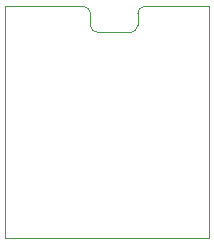
<source format=gbr>
G04 #@! TF.GenerationSoftware,KiCad,Pcbnew,(5.1.5-0-10_14)*
G04 #@! TF.CreationDate,2021-03-23T14:19:29+01:00*
G04 #@! TF.ProjectId,eByteAdapter,65427974-6541-4646-9170-7465722e6b69,rev?*
G04 #@! TF.SameCoordinates,Original*
G04 #@! TF.FileFunction,Profile,NP*
%FSLAX46Y46*%
G04 Gerber Fmt 4.6, Leading zero omitted, Abs format (unit mm)*
G04 Created by KiCad (PCBNEW (5.1.5-0-10_14)) date 2021-03-23 14:19:29*
%MOMM*%
%LPD*%
G04 APERTURE LIST*
%ADD10C,0.050000*%
G04 APERTURE END LIST*
D10*
X33600000Y-18000000D02*
X33600000Y-19000000D01*
X37000000Y-19600000D02*
X34200000Y-19600000D01*
X37600000Y-18000000D02*
X37600000Y-19000000D01*
X37600000Y-18000000D02*
G75*
G02X38200000Y-17400000I600000J0D01*
G01*
X37600000Y-19000000D02*
G75*
G02X37000000Y-19600000I-600000J0D01*
G01*
X34200000Y-19600000D02*
G75*
G02X33600000Y-19000000I0J600000D01*
G01*
X33000000Y-17400000D02*
G75*
G02X33600000Y-18000000I0J-600000D01*
G01*
X43600000Y-17400000D02*
X38200000Y-17400000D01*
X26400000Y-37000000D02*
X43600000Y-37000000D01*
X26400000Y-17400000D02*
X26400000Y-37000000D01*
X33000000Y-17400000D02*
X26400000Y-17400000D01*
X43600000Y-37000000D02*
X43600000Y-17400000D01*
M02*

</source>
